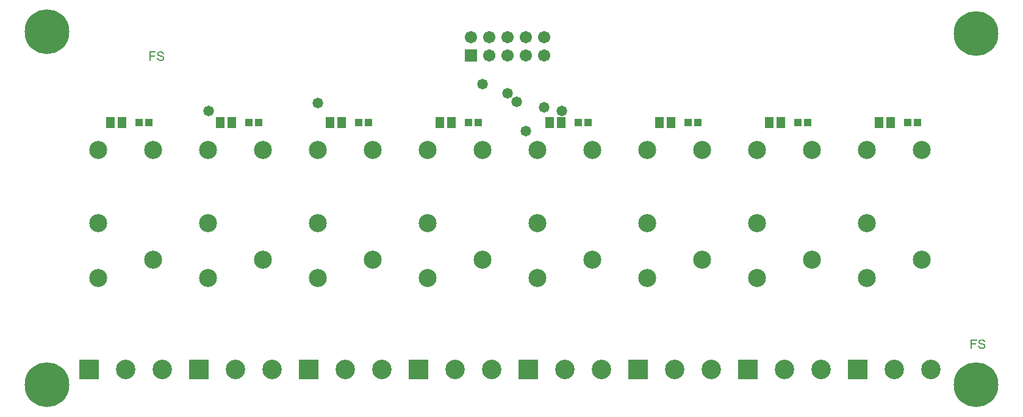
<source format=gts>
G04 Layer_Color=8388736*
%FSLAX44Y44*%
%MOMM*%
G71*
G01*
G75*
%ADD26R,1.0032X1.1032*%
%ADD27R,1.2032X1.5032*%
%ADD28C,2.5032*%
%ADD29C,6.2032*%
%ADD30R,1.7032X1.7032*%
%ADD31C,1.7032*%
%ADD32R,2.7032X2.7032*%
%ADD33C,2.7032*%
%ADD34C,1.4732*%
G36*
X193125Y498012D02*
X193262D01*
X193594Y497972D01*
X193984Y497914D01*
X194413Y497836D01*
X194842Y497719D01*
X195252Y497563D01*
X195271D01*
X195291Y497543D01*
X195349Y497524D01*
X195427Y497485D01*
X195623Y497368D01*
X195876Y497231D01*
X196149Y497036D01*
X196422Y496802D01*
X196695Y496529D01*
X196929Y496217D01*
X196949Y496178D01*
X197027Y496061D01*
X197125Y495866D01*
X197222Y495632D01*
X197339Y495339D01*
X197456Y494988D01*
X197534Y494617D01*
X197573Y494208D01*
X195954Y494090D01*
Y494110D01*
Y494149D01*
X195935Y494208D01*
X195915Y494286D01*
X195876Y494500D01*
X195798Y494773D01*
X195681Y495066D01*
X195525Y495359D01*
X195310Y495651D01*
X195057Y495905D01*
X195018Y495924D01*
X194920Y496002D01*
X194745Y496100D01*
X194511Y496217D01*
X194198Y496334D01*
X193808Y496431D01*
X193360Y496509D01*
X192833Y496529D01*
X192579D01*
X192462Y496509D01*
X192306D01*
X191975Y496451D01*
X191604Y496392D01*
X191233Y496295D01*
X190882Y496158D01*
X190726Y496061D01*
X190590Y495963D01*
X190570Y495944D01*
X190492Y495866D01*
X190375Y495749D01*
X190258Y495573D01*
X190121Y495378D01*
X190024Y495144D01*
X189946Y494890D01*
X189907Y494598D01*
Y494559D01*
Y494481D01*
X189926Y494344D01*
X189965Y494188D01*
X190024Y494012D01*
X190121Y493817D01*
X190238Y493642D01*
X190394Y493466D01*
X190414Y493447D01*
X190512Y493388D01*
X190570Y493349D01*
X190648Y493291D01*
X190765Y493252D01*
X190902Y493193D01*
X191058Y493115D01*
X191233Y493037D01*
X191428Y492979D01*
X191663Y492901D01*
X191936Y492803D01*
X192228Y492725D01*
X192560Y492647D01*
X192931Y492550D01*
X192950D01*
X193028Y492530D01*
X193125Y492510D01*
X193262Y492471D01*
X193438Y492432D01*
X193633Y492374D01*
X194062Y492276D01*
X194530Y492140D01*
X194998Y492003D01*
X195232Y491945D01*
X195427Y491867D01*
X195623Y491789D01*
X195779Y491730D01*
X195798D01*
X195837Y491711D01*
X195876Y491672D01*
X195954Y491633D01*
X196149Y491516D01*
X196403Y491379D01*
X196676Y491184D01*
X196949Y490950D01*
X197203Y490696D01*
X197417Y490423D01*
X197437Y490384D01*
X197495Y490287D01*
X197593Y490131D01*
X197690Y489897D01*
X197788Y489643D01*
X197885Y489331D01*
X197944Y488980D01*
X197963Y488609D01*
Y488590D01*
Y488570D01*
Y488512D01*
Y488433D01*
X197924Y488238D01*
X197885Y487985D01*
X197827Y487692D01*
X197710Y487360D01*
X197573Y487009D01*
X197378Y486678D01*
X197359Y486639D01*
X197261Y486522D01*
X197144Y486366D01*
X196949Y486171D01*
X196715Y485937D01*
X196422Y485702D01*
X196071Y485488D01*
X195681Y485273D01*
X195662D01*
X195623Y485254D01*
X195564Y485234D01*
X195486Y485195D01*
X195388Y485156D01*
X195271Y485117D01*
X194959Y485039D01*
X194608Y484942D01*
X194179Y484864D01*
X193730Y484805D01*
X193223Y484786D01*
X192931D01*
X192794Y484805D01*
X192618D01*
X192423Y484825D01*
X192209Y484844D01*
X191760Y484903D01*
X191272Y485000D01*
X190785Y485117D01*
X190317Y485273D01*
X190297D01*
X190258Y485293D01*
X190200Y485332D01*
X190121Y485371D01*
X189907Y485488D01*
X189653Y485663D01*
X189341Y485878D01*
X189049Y486132D01*
X188736Y486444D01*
X188463Y486795D01*
Y486814D01*
X188444Y486834D01*
X188405Y486892D01*
X188366Y486970D01*
X188307Y487068D01*
X188249Y487185D01*
X188132Y487478D01*
X188015Y487809D01*
X187898Y488219D01*
X187820Y488648D01*
X187781Y489116D01*
X189380Y489253D01*
Y489233D01*
Y489214D01*
X189400Y489097D01*
X189439Y488921D01*
X189478Y488687D01*
X189556Y488433D01*
X189634Y488160D01*
X189751Y487907D01*
X189887Y487653D01*
X189907Y487634D01*
X189965Y487556D01*
X190063Y487439D01*
X190219Y487302D01*
X190394Y487146D01*
X190609Y486970D01*
X190882Y486814D01*
X191175Y486658D01*
X191194D01*
X191214Y486639D01*
X191331Y486600D01*
X191506Y486541D01*
X191760Y486483D01*
X192033Y486405D01*
X192384Y486346D01*
X192755Y486307D01*
X193145Y486288D01*
X193301D01*
X193496Y486307D01*
X193711Y486327D01*
X193984Y486346D01*
X194257Y486405D01*
X194550Y486463D01*
X194842Y486561D01*
X194881Y486580D01*
X194959Y486619D01*
X195096Y486678D01*
X195252Y486775D01*
X195447Y486892D01*
X195623Y487029D01*
X195798Y487185D01*
X195954Y487360D01*
X195974Y487380D01*
X196013Y487458D01*
X196071Y487556D01*
X196149Y487692D01*
X196208Y487848D01*
X196266Y488043D01*
X196305Y488238D01*
X196325Y488453D01*
Y488473D01*
Y488550D01*
X196305Y488667D01*
X196286Y488804D01*
X196247Y488980D01*
X196169Y489155D01*
X196091Y489331D01*
X195974Y489506D01*
X195954Y489526D01*
X195915Y489584D01*
X195818Y489662D01*
X195700Y489779D01*
X195544Y489897D01*
X195349Y490014D01*
X195096Y490150D01*
X194823Y490267D01*
X194803Y490287D01*
X194725Y490306D01*
X194569Y490345D01*
X194471Y490384D01*
X194354Y490423D01*
X194198Y490462D01*
X194042Y490501D01*
X193847Y490560D01*
X193652Y490618D01*
X193418Y490677D01*
X193145Y490735D01*
X192852Y490813D01*
X192540Y490891D01*
X192521D01*
X192462Y490911D01*
X192365Y490930D01*
X192248Y490969D01*
X192111Y491008D01*
X191955Y491047D01*
X191584Y491145D01*
X191175Y491282D01*
X190765Y491418D01*
X190394Y491555D01*
X190219Y491613D01*
X190082Y491691D01*
X190063D01*
X190043Y491711D01*
X189926Y491789D01*
X189770Y491886D01*
X189575Y492023D01*
X189341Y492198D01*
X189127Y492393D01*
X188912Y492627D01*
X188717Y492881D01*
X188697Y492920D01*
X188639Y493018D01*
X188580Y493154D01*
X188502Y493349D01*
X188405Y493583D01*
X188346Y493856D01*
X188288Y494169D01*
X188268Y494481D01*
Y494500D01*
Y494520D01*
Y494578D01*
Y494656D01*
X188307Y494832D01*
X188346Y495066D01*
X188405Y495359D01*
X188502Y495651D01*
X188639Y495983D01*
X188815Y496295D01*
Y496314D01*
X188834Y496334D01*
X188912Y496431D01*
X189049Y496587D01*
X189224Y496782D01*
X189439Y496978D01*
X189712Y497192D01*
X190043Y497407D01*
X190414Y497582D01*
X190434D01*
X190453Y497602D01*
X190512Y497621D01*
X190609Y497660D01*
X190707Y497680D01*
X190824Y497719D01*
X191097Y497816D01*
X191448Y497894D01*
X191838Y497953D01*
X192287Y498012D01*
X192755Y498031D01*
X192989D01*
X193125Y498012D01*
D02*
G37*
G36*
X186142Y496314D02*
X179197D01*
Y492315D01*
X185206D01*
Y490813D01*
X179197D01*
Y485000D01*
X177500D01*
Y497816D01*
X186142D01*
Y496314D01*
D02*
G37*
G36*
X1333125Y98012D02*
X1333262D01*
X1333594Y97972D01*
X1333984Y97914D01*
X1334413Y97836D01*
X1334842Y97719D01*
X1335252Y97563D01*
X1335271D01*
X1335291Y97543D01*
X1335349Y97524D01*
X1335427Y97485D01*
X1335622Y97368D01*
X1335876Y97231D01*
X1336149Y97036D01*
X1336422Y96802D01*
X1336695Y96529D01*
X1336929Y96217D01*
X1336949Y96178D01*
X1337027Y96061D01*
X1337124Y95866D01*
X1337222Y95632D01*
X1337339Y95339D01*
X1337456Y94988D01*
X1337534Y94617D01*
X1337573Y94208D01*
X1335954Y94090D01*
Y94110D01*
Y94149D01*
X1335935Y94208D01*
X1335915Y94286D01*
X1335876Y94500D01*
X1335798Y94773D01*
X1335681Y95066D01*
X1335525Y95358D01*
X1335310Y95651D01*
X1335057Y95905D01*
X1335018Y95924D01*
X1334920Y96002D01*
X1334745Y96100D01*
X1334510Y96217D01*
X1334198Y96334D01*
X1333808Y96431D01*
X1333360Y96509D01*
X1332833Y96529D01*
X1332579D01*
X1332462Y96509D01*
X1332306D01*
X1331975Y96451D01*
X1331604Y96392D01*
X1331233Y96295D01*
X1330882Y96158D01*
X1330726Y96061D01*
X1330590Y95963D01*
X1330570Y95944D01*
X1330492Y95866D01*
X1330375Y95749D01*
X1330258Y95573D01*
X1330121Y95378D01*
X1330024Y95144D01*
X1329946Y94890D01*
X1329907Y94598D01*
Y94559D01*
Y94481D01*
X1329926Y94344D01*
X1329965Y94188D01*
X1330024Y94012D01*
X1330121Y93817D01*
X1330238Y93642D01*
X1330394Y93466D01*
X1330414Y93447D01*
X1330512Y93388D01*
X1330570Y93349D01*
X1330648Y93291D01*
X1330765Y93252D01*
X1330902Y93193D01*
X1331058Y93115D01*
X1331233Y93037D01*
X1331428Y92979D01*
X1331662Y92901D01*
X1331936Y92803D01*
X1332228Y92725D01*
X1332560Y92647D01*
X1332930Y92549D01*
X1332950D01*
X1333028Y92530D01*
X1333125Y92510D01*
X1333262Y92471D01*
X1333438Y92432D01*
X1333633Y92374D01*
X1334062Y92276D01*
X1334530Y92140D01*
X1334998Y92003D01*
X1335232Y91945D01*
X1335427Y91867D01*
X1335622Y91789D01*
X1335779Y91730D01*
X1335798D01*
X1335837Y91711D01*
X1335876Y91672D01*
X1335954Y91633D01*
X1336149Y91516D01*
X1336403Y91379D01*
X1336676Y91184D01*
X1336949Y90950D01*
X1337202Y90696D01*
X1337417Y90423D01*
X1337437Y90384D01*
X1337495Y90287D01*
X1337593Y90131D01*
X1337690Y89896D01*
X1337788Y89643D01*
X1337885Y89331D01*
X1337944Y88980D01*
X1337963Y88609D01*
Y88589D01*
Y88570D01*
Y88511D01*
Y88434D01*
X1337924Y88238D01*
X1337885Y87985D01*
X1337827Y87692D01*
X1337710Y87361D01*
X1337573Y87009D01*
X1337378Y86678D01*
X1337359Y86639D01*
X1337261Y86522D01*
X1337144Y86366D01*
X1336949Y86171D01*
X1336715Y85936D01*
X1336422Y85702D01*
X1336071Y85488D01*
X1335681Y85273D01*
X1335661D01*
X1335622Y85254D01*
X1335564Y85234D01*
X1335486Y85195D01*
X1335388Y85156D01*
X1335271Y85117D01*
X1334959Y85039D01*
X1334608Y84942D01*
X1334179Y84864D01*
X1333730Y84805D01*
X1333223Y84786D01*
X1332930D01*
X1332794Y84805D01*
X1332618D01*
X1332423Y84825D01*
X1332209Y84844D01*
X1331760Y84903D01*
X1331272Y85000D01*
X1330785Y85117D01*
X1330316Y85273D01*
X1330297D01*
X1330258Y85293D01*
X1330199Y85332D01*
X1330121Y85371D01*
X1329907Y85488D01*
X1329653Y85663D01*
X1329341Y85878D01*
X1329048Y86132D01*
X1328736Y86444D01*
X1328463Y86795D01*
Y86814D01*
X1328444Y86834D01*
X1328405Y86892D01*
X1328366Y86970D01*
X1328307Y87068D01*
X1328249Y87185D01*
X1328132Y87478D01*
X1328015Y87809D01*
X1327898Y88219D01*
X1327820Y88648D01*
X1327781Y89116D01*
X1329380Y89253D01*
Y89233D01*
Y89214D01*
X1329400Y89097D01*
X1329439Y88921D01*
X1329478Y88687D01*
X1329556Y88434D01*
X1329634Y88160D01*
X1329751Y87907D01*
X1329887Y87653D01*
X1329907Y87634D01*
X1329965Y87556D01*
X1330063Y87439D01*
X1330219Y87302D01*
X1330394Y87146D01*
X1330609Y86970D01*
X1330882Y86814D01*
X1331175Y86658D01*
X1331194D01*
X1331214Y86639D01*
X1331331Y86600D01*
X1331506Y86541D01*
X1331760Y86483D01*
X1332033Y86405D01*
X1332384Y86346D01*
X1332755Y86307D01*
X1333145Y86288D01*
X1333301D01*
X1333496Y86307D01*
X1333711Y86327D01*
X1333984Y86346D01*
X1334257Y86405D01*
X1334550Y86463D01*
X1334842Y86561D01*
X1334881Y86580D01*
X1334959Y86619D01*
X1335096Y86678D01*
X1335252Y86775D01*
X1335447Y86892D01*
X1335622Y87029D01*
X1335798Y87185D01*
X1335954Y87361D01*
X1335974Y87380D01*
X1336013Y87458D01*
X1336071Y87556D01*
X1336149Y87692D01*
X1336208Y87848D01*
X1336266Y88043D01*
X1336305Y88238D01*
X1336325Y88453D01*
Y88472D01*
Y88551D01*
X1336305Y88667D01*
X1336286Y88804D01*
X1336247Y88980D01*
X1336169Y89155D01*
X1336091Y89331D01*
X1335974Y89506D01*
X1335954Y89526D01*
X1335915Y89584D01*
X1335818Y89662D01*
X1335701Y89779D01*
X1335544Y89896D01*
X1335349Y90014D01*
X1335096Y90150D01*
X1334823Y90267D01*
X1334803Y90287D01*
X1334725Y90306D01*
X1334569Y90345D01*
X1334471Y90384D01*
X1334355Y90423D01*
X1334198Y90462D01*
X1334042Y90501D01*
X1333847Y90560D01*
X1333652Y90618D01*
X1333418Y90677D01*
X1333145Y90735D01*
X1332852Y90813D01*
X1332540Y90891D01*
X1332521D01*
X1332462Y90911D01*
X1332365Y90930D01*
X1332248Y90969D01*
X1332111Y91008D01*
X1331955Y91047D01*
X1331584Y91145D01*
X1331175Y91281D01*
X1330765Y91418D01*
X1330394Y91555D01*
X1330219Y91613D01*
X1330082Y91691D01*
X1330063D01*
X1330043Y91711D01*
X1329926Y91789D01*
X1329770Y91886D01*
X1329575Y92023D01*
X1329341Y92198D01*
X1329127Y92393D01*
X1328912Y92627D01*
X1328717Y92881D01*
X1328697Y92920D01*
X1328639Y93018D01*
X1328580Y93154D01*
X1328502Y93349D01*
X1328405Y93583D01*
X1328346Y93856D01*
X1328288Y94169D01*
X1328268Y94481D01*
Y94500D01*
Y94520D01*
Y94578D01*
Y94656D01*
X1328307Y94832D01*
X1328346Y95066D01*
X1328405Y95358D01*
X1328502Y95651D01*
X1328639Y95983D01*
X1328814Y96295D01*
Y96314D01*
X1328834Y96334D01*
X1328912Y96431D01*
X1329048Y96587D01*
X1329224Y96783D01*
X1329439Y96978D01*
X1329712Y97192D01*
X1330043Y97407D01*
X1330414Y97582D01*
X1330434D01*
X1330453Y97602D01*
X1330512Y97621D01*
X1330609Y97660D01*
X1330707Y97680D01*
X1330824Y97719D01*
X1331097Y97816D01*
X1331448Y97894D01*
X1331838Y97953D01*
X1332287Y98012D01*
X1332755Y98031D01*
X1332989D01*
X1333125Y98012D01*
D02*
G37*
G36*
X1326142Y96314D02*
X1319197D01*
Y92315D01*
X1325206D01*
Y90813D01*
X1319197D01*
Y85000D01*
X1317500D01*
Y97816D01*
X1326142D01*
Y96314D01*
D02*
G37*
D26*
X176901Y398700D02*
D03*
X162901D02*
D03*
X329301D02*
D03*
X315301D02*
D03*
X481702D02*
D03*
X467701D02*
D03*
X634101D02*
D03*
X620102D02*
D03*
X786501D02*
D03*
X772502D02*
D03*
X938902D02*
D03*
X924902D02*
D03*
X1091301D02*
D03*
X1077301D02*
D03*
X1229702D02*
D03*
X1243701D02*
D03*
D27*
X139800D02*
D03*
X123800D02*
D03*
X292200D02*
D03*
X276200D02*
D03*
X444600D02*
D03*
X428600D02*
D03*
X597000D02*
D03*
X581000D02*
D03*
X749400D02*
D03*
X733400D02*
D03*
X901800D02*
D03*
X885800D02*
D03*
X1054200D02*
D03*
X1038200D02*
D03*
X1190600D02*
D03*
X1206600D02*
D03*
D28*
X106400Y360600D02*
D03*
X182600Y208200D02*
D03*
X106400Y182800D02*
D03*
Y259000D02*
D03*
X182600Y360600D02*
D03*
X258800D02*
D03*
X335000Y208200D02*
D03*
X258800Y182800D02*
D03*
Y259000D02*
D03*
X335000Y360600D02*
D03*
X411200D02*
D03*
X487400Y208200D02*
D03*
X411200Y182800D02*
D03*
Y259000D02*
D03*
X487400Y360600D02*
D03*
X563600D02*
D03*
X639800Y208200D02*
D03*
X563600Y182800D02*
D03*
Y259000D02*
D03*
X639800Y360600D02*
D03*
X716000D02*
D03*
X792200Y208200D02*
D03*
X716000Y182800D02*
D03*
Y259000D02*
D03*
X792200Y360600D02*
D03*
X868400D02*
D03*
X944600Y208200D02*
D03*
X868400Y182800D02*
D03*
Y259000D02*
D03*
X944600Y360600D02*
D03*
X1020800D02*
D03*
X1097000Y208200D02*
D03*
X1020800Y182800D02*
D03*
Y259000D02*
D03*
X1097000Y360600D02*
D03*
X1173200D02*
D03*
X1249400Y208200D02*
D03*
X1173200Y182800D02*
D03*
Y259000D02*
D03*
X1249400Y360600D02*
D03*
D29*
X35000Y35000D02*
D03*
X1325000Y522500D02*
D03*
Y35000D02*
D03*
X35000Y525000D02*
D03*
D30*
X624200Y492300D02*
D03*
D31*
Y517700D02*
D03*
X649600Y492300D02*
D03*
Y517700D02*
D03*
X675000Y492300D02*
D03*
Y517700D02*
D03*
X700400Y492300D02*
D03*
Y517700D02*
D03*
X725800Y492300D02*
D03*
Y517700D02*
D03*
D32*
X1160300Y55800D02*
D03*
X93500D02*
D03*
X245900D02*
D03*
X398300D02*
D03*
X550700D02*
D03*
X703100D02*
D03*
X855500D02*
D03*
X1007900D02*
D03*
D33*
X1211100D02*
D03*
X1261900D02*
D03*
X195100D02*
D03*
X144300D02*
D03*
X347500D02*
D03*
X296700D02*
D03*
X499900D02*
D03*
X449100D02*
D03*
X652300D02*
D03*
X601500D02*
D03*
X804700D02*
D03*
X753900D02*
D03*
X957100D02*
D03*
X906300D02*
D03*
X1109500D02*
D03*
X1058700D02*
D03*
D34*
X750002Y415002D02*
D03*
X411200Y426300D02*
D03*
X260000Y415000D02*
D03*
X640000Y452500D02*
D03*
X675000Y440000D02*
D03*
X687500Y427500D02*
D03*
X725000Y420000D02*
D03*
X700000Y387500D02*
D03*
M02*

</source>
